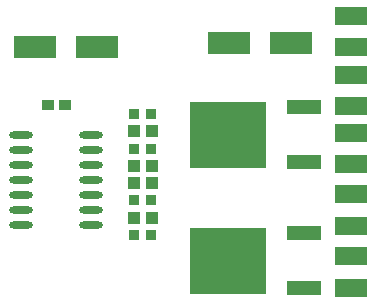
<source format=gtp>
G04*
G04 #@! TF.GenerationSoftware,Altium Limited,Altium Designer,22.6.1 (34)*
G04*
G04 Layer_Color=8421504*
%FSLAX44Y44*%
%MOMM*%
G71*
G04*
G04 #@! TF.SameCoordinates,5A10DA5C-CD7F-47E8-AF5C-5331072B1CDA*
G04*
G04*
G04 #@! TF.FilePolarity,Positive*
G04*
G01*
G75*
%ADD15R,3.6000X1.8500*%
%ADD16R,1.0500X1.0000*%
%ADD17R,1.0000X0.9500*%
%ADD18R,3.0000X1.2500*%
%ADD19R,6.4000X5.5500*%
%ADD20R,2.8000X1.5500*%
%ADD21O,2.0000X0.6000*%
%ADD22R,0.9500X0.9000*%
D15*
X-51250Y181000D02*
D03*
X-103750D02*
D03*
X-268195Y177045D02*
D03*
X-215695D02*
D03*
D16*
X-183655Y105745D02*
D03*
X-169155D02*
D03*
X-183655Y32745D02*
D03*
X-169155D02*
D03*
X-183655Y76745D02*
D03*
X-169155D02*
D03*
X-183655Y61745D02*
D03*
X-169155D02*
D03*
D17*
X-242175Y128475D02*
D03*
X-257175D02*
D03*
D18*
X-40000Y80200D02*
D03*
Y126000D02*
D03*
Y-26500D02*
D03*
Y19300D02*
D03*
D19*
X-104500Y103100D02*
D03*
Y-3600D02*
D03*
D20*
X0Y0D02*
D03*
Y-26500D02*
D03*
Y104250D02*
D03*
Y77750D02*
D03*
Y153500D02*
D03*
Y127000D02*
D03*
Y177000D02*
D03*
Y203500D02*
D03*
Y52500D02*
D03*
Y26000D02*
D03*
D21*
X-220425Y102625D02*
D03*
Y26425D02*
D03*
Y39125D02*
D03*
Y51825D02*
D03*
Y64525D02*
D03*
Y77225D02*
D03*
Y89925D02*
D03*
X-279925Y26425D02*
D03*
Y39125D02*
D03*
Y51825D02*
D03*
Y64525D02*
D03*
Y77225D02*
D03*
Y89925D02*
D03*
Y102625D02*
D03*
D22*
X-169655Y120245D02*
D03*
X-184155D02*
D03*
X-169655Y18245D02*
D03*
X-184155D02*
D03*
Y91245D02*
D03*
X-169655D02*
D03*
X-184155Y47245D02*
D03*
X-169655D02*
D03*
M02*

</source>
